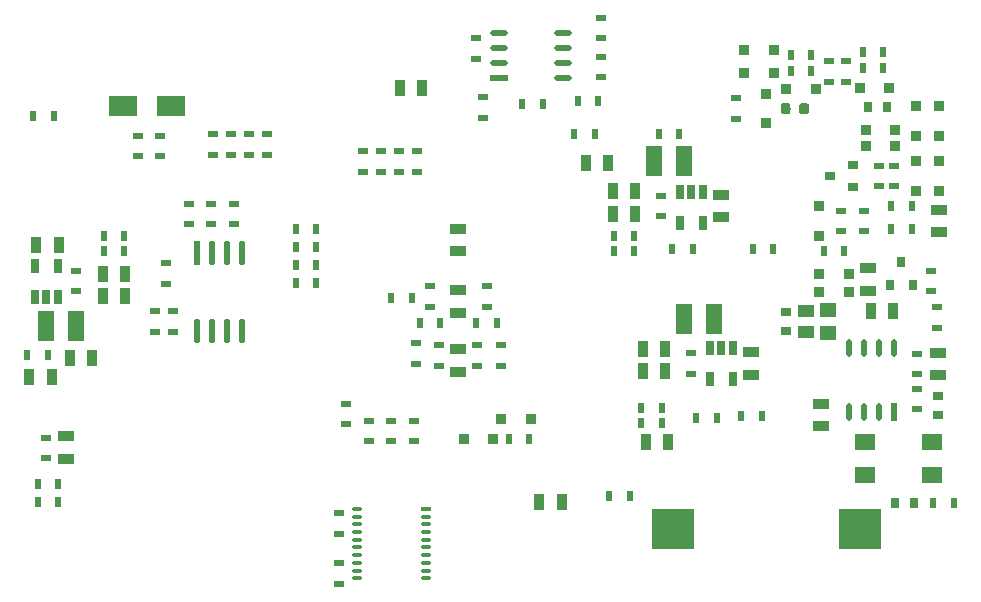
<source format=gbp>
G04 #@! TF.GenerationSoftware,KiCad,Pcbnew,5.0.0+dfsg1-2*
G04 #@! TF.CreationDate,2018-09-08T16:08:49+02:00*
G04 #@! TF.ProjectId,ulx3s,756C7833732E6B696361645F70636200,rev?*
G04 #@! TF.SameCoordinates,Original*
G04 #@! TF.FileFunction,Paste,Bot*
G04 #@! TF.FilePolarity,Positive*
%FSLAX46Y46*%
G04 Gerber Fmt 4.6, Leading zero omitted, Abs format (unit mm)*
G04 Created by KiCad (PCBNEW 5.0.0+dfsg1-2) date Sat Sep  8 16:08:49 2018*
%MOMM*%
%LPD*%
G01*
G04 APERTURE LIST*
%ADD10O,0.950000X0.350000*%
%ADD11R,0.950000X0.350000*%
%ADD12R,3.650000X3.450000*%
%ADD13R,1.750000X1.350000*%
%ADD14R,0.650000X1.150000*%
%ADD15R,0.550000X1.500000*%
%ADD16O,0.550000X1.500000*%
%ADD17R,1.500000X0.550000*%
%ADD18O,1.500000X0.550000*%
%ADD19R,0.550000X2.050000*%
%ADD20O,0.550000X2.050000*%
%ADD21R,0.620000X0.950000*%
%ADD22R,0.920000X1.450000*%
%ADD23R,1.450000X0.920000*%
%ADD24R,0.950000X0.620000*%
%ADD25R,0.950000X0.950000*%
%ADD26R,1.450000X2.650000*%
%ADD27R,2.450000X1.750000*%
%ADD28R,0.750000X0.850000*%
%ADD29R,0.850000X0.750000*%
%ADD30R,0.770000X0.950000*%
%ADD31R,0.950000X0.770000*%
%ADD32R,1.350000X1.070000*%
%ADD33R,1.350000X1.245000*%
%ADD34C,0.100000*%
%ADD35C,0.825000*%
G04 APERTURE END LIST*
D10*
G04 #@! TO.C,U6*
X129935000Y-104215000D03*
X129935000Y-104865000D03*
X129935000Y-105515000D03*
X129935000Y-106165000D03*
X129935000Y-106815000D03*
X129935000Y-107465000D03*
X129935000Y-108115000D03*
X129935000Y-108765000D03*
X129935000Y-109415000D03*
X129935000Y-110065000D03*
X135735000Y-110065000D03*
X135735000Y-109415000D03*
X135735000Y-108765000D03*
X135735000Y-108115000D03*
X135735000Y-107465000D03*
X135735000Y-106815000D03*
X135735000Y-106165000D03*
X135735000Y-105515000D03*
X135735000Y-104865000D03*
D11*
X135735000Y-104215000D03*
G04 #@! TD*
D12*
G04 #@! TO.C,BAT1*
X172485000Y-105870000D03*
X156685000Y-105870000D03*
G04 #@! TD*
D13*
G04 #@! TO.C,Y2*
X178576000Y-98522000D03*
X172976000Y-98522000D03*
X172976000Y-101322000D03*
X178576000Y-101322000D03*
G04 #@! TD*
D14*
G04 #@! TO.C,U5*
X157285000Y-77392000D03*
X158235000Y-77392000D03*
X159185000Y-77392000D03*
X159185000Y-79992000D03*
X157285000Y-79992000D03*
G04 #@! TD*
G04 #@! TO.C,U3*
X159825000Y-90600000D03*
X160775000Y-90600000D03*
X161725000Y-90600000D03*
X161725000Y-93200000D03*
X159825000Y-93200000D03*
G04 #@! TD*
G04 #@! TO.C,U4*
X104575000Y-86215000D03*
X103625000Y-86215000D03*
X102675000Y-86215000D03*
X102675000Y-83615000D03*
X104575000Y-83615000D03*
G04 #@! TD*
D15*
G04 #@! TO.C,U7*
X175395000Y-96015000D03*
D16*
X174125000Y-96015000D03*
X172855000Y-96015000D03*
X171585000Y-96015000D03*
X171585000Y-90615000D03*
X172855000Y-90615000D03*
X174125000Y-90615000D03*
X175395000Y-90615000D03*
G04 #@! TD*
D17*
G04 #@! TO.C,U11*
X141980000Y-67706500D03*
D18*
X141980000Y-66436500D03*
X141980000Y-65166500D03*
X141980000Y-63896500D03*
X147380000Y-63896500D03*
X147380000Y-65166500D03*
X147380000Y-66436500D03*
X147380000Y-67706500D03*
G04 #@! TD*
D19*
G04 #@! TO.C,U10*
X116340000Y-82520000D03*
D20*
X117610000Y-82520000D03*
X118880000Y-82520000D03*
X120150000Y-82520000D03*
X120150000Y-89124000D03*
X118880000Y-89124000D03*
X117610000Y-89124000D03*
X116340000Y-89124000D03*
G04 #@! TD*
D21*
G04 #@! TO.C,C49*
X103738000Y-91156000D03*
X101988000Y-91156000D03*
G04 #@! TD*
D22*
G04 #@! TO.C,C47*
X133546000Y-68550000D03*
X135456000Y-68550000D03*
G04 #@! TD*
G04 #@! TO.C,C1*
X102748500Y-81885000D03*
X104658500Y-81885000D03*
G04 #@! TD*
D21*
G04 #@! TO.C,C2*
X153985000Y-96910000D03*
X155735000Y-96910000D03*
G04 #@! TD*
D22*
G04 #@! TO.C,C3*
X156015000Y-90630000D03*
X154105000Y-90630000D03*
G04 #@! TD*
G04 #@! TO.C,C4*
X154105000Y-92535000D03*
X156015000Y-92535000D03*
G04 #@! TD*
D23*
G04 #@! TO.C,C5*
X163315000Y-90945000D03*
X163315000Y-92855000D03*
G04 #@! TD*
D21*
G04 #@! TO.C,C6*
X151645000Y-82375000D03*
X153395000Y-82375000D03*
G04 #@! TD*
D22*
G04 #@! TO.C,C7*
X153475000Y-79200000D03*
X151565000Y-79200000D03*
G04 #@! TD*
G04 #@! TO.C,C8*
X153475000Y-77295000D03*
X151565000Y-77295000D03*
G04 #@! TD*
D23*
G04 #@! TO.C,C9*
X160775000Y-79520000D03*
X160775000Y-77610000D03*
G04 #@! TD*
D21*
G04 #@! TO.C,C10*
X108465000Y-81105000D03*
X110215000Y-81105000D03*
G04 #@! TD*
D22*
G04 #@! TO.C,C11*
X108385000Y-84280000D03*
X110295000Y-84280000D03*
G04 #@! TD*
G04 #@! TO.C,C12*
X110295000Y-86185000D03*
X108385000Y-86185000D03*
G04 #@! TD*
D23*
G04 #@! TO.C,C13*
X173221000Y-83833000D03*
X173221000Y-85743000D03*
G04 #@! TD*
D24*
G04 #@! TO.C,C14*
X175380000Y-76900000D03*
X175380000Y-75150000D03*
G04 #@! TD*
D23*
G04 #@! TO.C,C15*
X105276000Y-99967000D03*
X105276000Y-98057000D03*
G04 #@! TD*
D22*
G04 #@! TO.C,C16*
X173424000Y-87473000D03*
X175334000Y-87473000D03*
G04 #@! TD*
D23*
G04 #@! TO.C,C17*
X138500000Y-90665000D03*
X138500000Y-92575000D03*
G04 #@! TD*
D24*
G04 #@! TO.C,C18*
X150589600Y-64359000D03*
X150589600Y-62609000D03*
G04 #@! TD*
D23*
G04 #@! TO.C,C19*
X138500000Y-82375000D03*
X138500000Y-80465000D03*
G04 #@! TD*
G04 #@! TO.C,C20*
X138500000Y-87575000D03*
X138500000Y-85665000D03*
G04 #@! TD*
D22*
G04 #@! TO.C,C21*
X104072000Y-93061000D03*
X102162000Y-93061000D03*
G04 #@! TD*
G04 #@! TO.C,C22*
X154359000Y-98504000D03*
X156269000Y-98504000D03*
G04 #@! TD*
G04 #@! TO.C,C23*
X105591000Y-91392000D03*
X107501000Y-91392000D03*
G04 #@! TD*
G04 #@! TO.C,C24*
X151189000Y-74882000D03*
X149279000Y-74882000D03*
G04 #@! TD*
D24*
G04 #@! TO.C,C25*
X140900000Y-87095000D03*
X140900000Y-85345000D03*
G04 #@! TD*
G04 #@! TO.C,C26*
X136100000Y-87095000D03*
X136100000Y-85345000D03*
G04 #@! TD*
G04 #@! TO.C,C27*
X136900000Y-92095000D03*
X136900000Y-90345000D03*
G04 #@! TD*
G04 #@! TO.C,C28*
X140100000Y-90345000D03*
X140100000Y-92095000D03*
G04 #@! TD*
G04 #@! TO.C,C29*
X142100000Y-92095000D03*
X142100000Y-90345000D03*
G04 #@! TD*
G04 #@! TO.C,C30*
X134900000Y-90145000D03*
X134900000Y-91895000D03*
G04 #@! TD*
D21*
G04 #@! TO.C,C31*
X135225000Y-88420000D03*
X136975000Y-88420000D03*
G04 #@! TD*
G04 #@! TO.C,C32*
X140025000Y-88420000D03*
X141775000Y-88420000D03*
G04 #@! TD*
G04 #@! TO.C,C33*
X163425000Y-82220000D03*
X165175000Y-82220000D03*
G04 #@! TD*
G04 #@! TO.C,C34*
X158375000Y-82220000D03*
X156625000Y-82220000D03*
G04 #@! TD*
D24*
G04 #@! TO.C,C35*
X177300000Y-94025000D03*
X177300000Y-95775000D03*
G04 #@! TD*
D22*
G04 #@! TO.C,C46*
X145342000Y-103584000D03*
X147252000Y-103584000D03*
G04 #@! TD*
D21*
G04 #@! TO.C,C48*
X104246000Y-70963000D03*
X102496000Y-70963000D03*
G04 #@! TD*
D24*
G04 #@! TO.C,C50*
X179063000Y-88856000D03*
X179063000Y-87106000D03*
G04 #@! TD*
D21*
G04 #@! TO.C,C51*
X180473000Y-103711000D03*
X178723000Y-103711000D03*
G04 #@! TD*
G04 #@! TO.C,C52*
X158645000Y-96490000D03*
X160395000Y-96490000D03*
G04 #@! TD*
G04 #@! TO.C,C53*
X132827200Y-86330000D03*
X134577200Y-86330000D03*
G04 #@! TD*
D23*
G04 #@! TO.C,C54*
X169172000Y-95281000D03*
X169172000Y-97191000D03*
G04 #@! TD*
G04 #@! TO.C,D11*
X179190000Y-80790000D03*
X179190000Y-78880000D03*
G04 #@! TD*
D25*
G04 #@! TO.C,D10*
X169050000Y-84280000D03*
X171550000Y-84280000D03*
G04 #@! TD*
G04 #@! TO.C,D12*
X169030000Y-78585000D03*
X169030000Y-81085000D03*
G04 #@! TD*
G04 #@! TO.C,D13*
X171550000Y-85804000D03*
X169050000Y-85804000D03*
G04 #@! TD*
G04 #@! TO.C,D14*
X179190000Y-74775000D03*
X179190000Y-77275000D03*
G04 #@! TD*
G04 #@! TO.C,D15*
X177285000Y-77275000D03*
X177285000Y-74775000D03*
G04 #@! TD*
G04 #@! TO.C,D16*
X172987000Y-73503000D03*
X175487000Y-73503000D03*
G04 #@! TD*
G04 #@! TO.C,D17*
X164585000Y-69060000D03*
X164585000Y-71560000D03*
G04 #@! TD*
G04 #@! TO.C,D20*
X168756000Y-68659000D03*
X166256000Y-68659000D03*
G04 #@! TD*
G04 #@! TO.C,D21*
X174979000Y-68550000D03*
X172479000Y-68550000D03*
G04 #@! TD*
G04 #@! TO.C,D23*
X165200000Y-67262000D03*
X162700000Y-67262000D03*
G04 #@! TD*
G04 #@! TO.C,D24*
X162700000Y-65357000D03*
X165200000Y-65357000D03*
G04 #@! TD*
G04 #@! TO.C,D25*
X177285000Y-72594000D03*
X177285000Y-70094000D03*
G04 #@! TD*
G04 #@! TO.C,D26*
X179190000Y-70094000D03*
X179190000Y-72594000D03*
G04 #@! TD*
D24*
G04 #@! TO.C,R49*
X113277000Y-74360000D03*
X113277000Y-72610000D03*
G04 #@! TD*
G04 #@! TO.C,R50*
X111372000Y-72610000D03*
X111372000Y-74360000D03*
G04 #@! TD*
D21*
G04 #@! TO.C,R51*
X155455000Y-72487000D03*
X157205000Y-72487000D03*
G04 #@! TD*
D24*
G04 #@! TO.C,R52*
X171331000Y-66278000D03*
X171331000Y-68028000D03*
G04 #@! TD*
G04 #@! TO.C,R53*
X169919000Y-68028000D03*
X169919000Y-66278000D03*
G04 #@! TD*
D21*
G04 #@! TO.C,R54*
X174477000Y-65502000D03*
X172727000Y-65502000D03*
G04 #@! TD*
D24*
G04 #@! TO.C,R56*
X128390000Y-106321000D03*
X128390000Y-104571000D03*
G04 #@! TD*
G04 #@! TO.C,R57*
X117722000Y-72483000D03*
X117722000Y-74233000D03*
G04 #@! TD*
G04 #@! TO.C,R58*
X119246000Y-74233000D03*
X119246000Y-72483000D03*
G04 #@! TD*
G04 #@! TO.C,R59*
X120770000Y-72483000D03*
X120770000Y-74233000D03*
G04 #@! TD*
G04 #@! TO.C,R60*
X122294000Y-74233000D03*
X122294000Y-72483000D03*
G04 #@! TD*
D21*
G04 #@! TO.C,R61*
X145655000Y-69900000D03*
X143905000Y-69900000D03*
G04 #@! TD*
G04 #@! TO.C,R40*
X166631000Y-65738000D03*
X168381000Y-65738000D03*
G04 #@! TD*
D24*
G04 #@! TO.C,R55*
X134740000Y-96740000D03*
X134740000Y-98490000D03*
G04 #@! TD*
D23*
G04 #@! TO.C,C55*
X179078000Y-90963000D03*
X179078000Y-92873000D03*
G04 #@! TD*
D24*
G04 #@! TO.C,R65*
X177300000Y-92793000D03*
X177300000Y-91043000D03*
G04 #@! TD*
D26*
G04 #@! TO.C,L1*
X160140000Y-88090000D03*
X157600000Y-88090000D03*
G04 #@! TD*
G04 #@! TO.C,L2*
X103625000Y-88725000D03*
X106165000Y-88725000D03*
G04 #@! TD*
G04 #@! TO.C,L3*
X155060000Y-74755000D03*
X157600000Y-74755000D03*
G04 #@! TD*
D21*
G04 #@! TO.C,R1*
X171175000Y-82375000D03*
X169425000Y-82375000D03*
G04 #@! TD*
D24*
G04 #@! TO.C,R2*
X172840000Y-78960000D03*
X172840000Y-80710000D03*
G04 #@! TD*
G04 #@! TO.C,R3*
X162045000Y-71185000D03*
X162045000Y-69435000D03*
G04 #@! TD*
D21*
G04 #@! TO.C,R4*
X176890000Y-80470000D03*
X175140000Y-80470000D03*
G04 #@! TD*
D24*
G04 #@! TO.C,R5*
X174110000Y-75150000D03*
X174110000Y-76900000D03*
G04 #@! TD*
G04 #@! TO.C,R6*
X178555000Y-85790000D03*
X178555000Y-84040000D03*
G04 #@! TD*
G04 #@! TO.C,R7*
X113785000Y-85155000D03*
X113785000Y-83405000D03*
G04 #@! TD*
G04 #@! TO.C,R8*
X170935000Y-80710000D03*
X170935000Y-78960000D03*
G04 #@! TD*
G04 #@! TO.C,R9*
X128390000Y-110555000D03*
X128390000Y-108805000D03*
G04 #@! TD*
D21*
G04 #@! TO.C,R10*
X151264000Y-103076000D03*
X153014000Y-103076000D03*
G04 #@! TD*
D24*
G04 #@! TO.C,R11*
X119515000Y-80093000D03*
X119515000Y-78343000D03*
G04 #@! TD*
G04 #@! TO.C,R12*
X114308000Y-89219000D03*
X114308000Y-87469000D03*
G04 #@! TD*
D21*
G04 #@! TO.C,R13*
X175140000Y-78565000D03*
X176890000Y-78565000D03*
G04 #@! TD*
G04 #@! TO.C,R14*
X124721000Y-85060000D03*
X126471000Y-85060000D03*
G04 #@! TD*
G04 #@! TO.C,R15*
X126471000Y-83536000D03*
X124721000Y-83536000D03*
G04 #@! TD*
G04 #@! TO.C,R16*
X124721000Y-82012000D03*
X126471000Y-82012000D03*
G04 #@! TD*
G04 #@! TO.C,R17*
X126471000Y-80470000D03*
X124721000Y-80470000D03*
G04 #@! TD*
D24*
G04 #@! TO.C,R18*
X130422000Y-73898000D03*
X130422000Y-75648000D03*
G04 #@! TD*
G04 #@! TO.C,R19*
X131961000Y-73898000D03*
X131961000Y-75648000D03*
G04 #@! TD*
G04 #@! TO.C,R20*
X133485000Y-73898000D03*
X133485000Y-75648000D03*
G04 #@! TD*
G04 #@! TO.C,R21*
X135009000Y-75648000D03*
X135009000Y-73898000D03*
G04 #@! TD*
G04 #@! TO.C,R22*
X140025500Y-66105000D03*
X140025500Y-64355000D03*
G04 #@! TD*
G04 #@! TO.C,R23*
X140597000Y-71076000D03*
X140597000Y-69326000D03*
G04 #@! TD*
G04 #@! TO.C,R24*
X150615000Y-67647000D03*
X150615000Y-65897000D03*
G04 #@! TD*
D21*
G04 #@! TO.C,R25*
X148300000Y-72487000D03*
X150050000Y-72487000D03*
G04 #@! TD*
G04 #@! TO.C,R26*
X150362000Y-69693000D03*
X148612000Y-69693000D03*
G04 #@! TD*
D24*
G04 #@! TO.C,R27*
X129025000Y-95300000D03*
X129025000Y-97050000D03*
G04 #@! TD*
G04 #@! TO.C,R28*
X117595000Y-78343000D03*
X117595000Y-80093000D03*
G04 #@! TD*
G04 #@! TO.C,R29*
X112784000Y-89219000D03*
X112784000Y-87469000D03*
G04 #@! TD*
G04 #@! TO.C,R30*
X115690000Y-78343000D03*
X115690000Y-80093000D03*
G04 #@! TD*
D21*
G04 #@! TO.C,R31*
X142755000Y-98250000D03*
X144505000Y-98250000D03*
G04 #@! TD*
D24*
G04 #@! TO.C,R32*
X132835000Y-98490000D03*
X132835000Y-96740000D03*
G04 #@! TD*
G04 #@! TO.C,R33*
X130930000Y-96740000D03*
X130930000Y-98490000D03*
G04 #@! TD*
D21*
G04 #@! TO.C,R34*
X102877000Y-103600000D03*
X104627000Y-103600000D03*
G04 #@! TD*
G04 #@! TO.C,R35*
X102877000Y-102060000D03*
X104627000Y-102060000D03*
G04 #@! TD*
D24*
G04 #@! TO.C,R38*
X103576500Y-99905000D03*
X103576500Y-98155000D03*
G04 #@! TD*
D21*
G04 #@! TO.C,R39*
X164190000Y-96345000D03*
X162440000Y-96345000D03*
G04 #@! TD*
G04 #@! TO.C,R63*
X168381000Y-67135000D03*
X166631000Y-67135000D03*
G04 #@! TD*
G04 #@! TO.C,R64*
X174475000Y-66899000D03*
X172725000Y-66899000D03*
G04 #@! TD*
G04 #@! TO.C,RA1*
X153985000Y-95640000D03*
X155735000Y-95640000D03*
G04 #@! TD*
G04 #@! TO.C,RA2*
X110215000Y-82375000D03*
X108465000Y-82375000D03*
G04 #@! TD*
G04 #@! TO.C,RA3*
X151645000Y-81105000D03*
X153395000Y-81105000D03*
G04 #@! TD*
D24*
G04 #@! TO.C,RB1*
X158235000Y-92775000D03*
X158235000Y-91025000D03*
G04 #@! TD*
G04 #@! TO.C,RB2*
X106165000Y-85790000D03*
X106165000Y-84040000D03*
G04 #@! TD*
G04 #@! TO.C,RB3*
X155695000Y-79440000D03*
X155695000Y-77690000D03*
G04 #@! TD*
D27*
G04 #@! TO.C,D8*
X110149000Y-70074000D03*
X114149000Y-70074000D03*
G04 #@! TD*
D28*
G04 #@! TO.C,Q1*
X176015000Y-83280000D03*
X175065000Y-85280000D03*
X176965000Y-85280000D03*
G04 #@! TD*
D29*
G04 #@! TO.C,Q2*
X171935000Y-75075000D03*
X171935000Y-76975000D03*
X169935000Y-76025000D03*
G04 #@! TD*
D25*
G04 #@! TO.C,D27*
X175502000Y-72106000D03*
X173002000Y-72106000D03*
G04 #@! TD*
D30*
G04 #@! TO.C,R66*
X173198000Y-70201000D03*
X174798000Y-70201000D03*
G04 #@! TD*
D31*
G04 #@! TO.C,C56*
X179078000Y-96274000D03*
X179078000Y-94674000D03*
G04 #@! TD*
D30*
G04 #@! TO.C,C57*
X177084000Y-103711000D03*
X175484000Y-103711000D03*
G04 #@! TD*
D32*
G04 #@! TO.C,C58*
X167902000Y-89242000D03*
X167902000Y-87482000D03*
G04 #@! TD*
D31*
G04 #@! TO.C,C59*
X166251000Y-89162000D03*
X166251000Y-87562000D03*
G04 #@! TD*
D33*
G04 #@! TO.C,L4*
X169807000Y-87394500D03*
X169807000Y-89329500D03*
G04 #@! TD*
D25*
G04 #@! TO.C,D28*
X144626000Y-96599000D03*
X142126000Y-96599000D03*
G04 #@! TD*
G04 #@! TO.C,D29*
X138951000Y-98250000D03*
X141451000Y-98250000D03*
G04 #@! TD*
D34*
G04 #@! TO.C,C60*
G36*
X166436966Y-69860993D02*
X166456987Y-69863963D01*
X166476621Y-69868881D01*
X166495678Y-69875700D01*
X166513976Y-69884354D01*
X166531336Y-69894759D01*
X166547594Y-69906817D01*
X166562591Y-69920409D01*
X166576183Y-69935406D01*
X166588241Y-69951664D01*
X166598646Y-69969024D01*
X166607300Y-69987322D01*
X166614119Y-70006379D01*
X166619037Y-70026013D01*
X166622007Y-70046034D01*
X166623000Y-70066250D01*
X166623000Y-70553750D01*
X166622007Y-70573966D01*
X166619037Y-70593987D01*
X166614119Y-70613621D01*
X166607300Y-70632678D01*
X166598646Y-70650976D01*
X166588241Y-70668336D01*
X166576183Y-70684594D01*
X166562591Y-70699591D01*
X166547594Y-70713183D01*
X166531336Y-70725241D01*
X166513976Y-70735646D01*
X166495678Y-70744300D01*
X166476621Y-70751119D01*
X166456987Y-70756037D01*
X166436966Y-70759007D01*
X166416750Y-70760000D01*
X166004250Y-70760000D01*
X165984034Y-70759007D01*
X165964013Y-70756037D01*
X165944379Y-70751119D01*
X165925322Y-70744300D01*
X165907024Y-70735646D01*
X165889664Y-70725241D01*
X165873406Y-70713183D01*
X165858409Y-70699591D01*
X165844817Y-70684594D01*
X165832759Y-70668336D01*
X165822354Y-70650976D01*
X165813700Y-70632678D01*
X165806881Y-70613621D01*
X165801963Y-70593987D01*
X165798993Y-70573966D01*
X165798000Y-70553750D01*
X165798000Y-70066250D01*
X165798993Y-70046034D01*
X165801963Y-70026013D01*
X165806881Y-70006379D01*
X165813700Y-69987322D01*
X165822354Y-69969024D01*
X165832759Y-69951664D01*
X165844817Y-69935406D01*
X165858409Y-69920409D01*
X165873406Y-69906817D01*
X165889664Y-69894759D01*
X165907024Y-69884354D01*
X165925322Y-69875700D01*
X165944379Y-69868881D01*
X165964013Y-69863963D01*
X165984034Y-69860993D01*
X166004250Y-69860000D01*
X166416750Y-69860000D01*
X166436966Y-69860993D01*
X166436966Y-69860993D01*
G37*
D35*
X166210500Y-70310000D03*
D34*
G36*
X168011966Y-69860993D02*
X168031987Y-69863963D01*
X168051621Y-69868881D01*
X168070678Y-69875700D01*
X168088976Y-69884354D01*
X168106336Y-69894759D01*
X168122594Y-69906817D01*
X168137591Y-69920409D01*
X168151183Y-69935406D01*
X168163241Y-69951664D01*
X168173646Y-69969024D01*
X168182300Y-69987322D01*
X168189119Y-70006379D01*
X168194037Y-70026013D01*
X168197007Y-70046034D01*
X168198000Y-70066250D01*
X168198000Y-70553750D01*
X168197007Y-70573966D01*
X168194037Y-70593987D01*
X168189119Y-70613621D01*
X168182300Y-70632678D01*
X168173646Y-70650976D01*
X168163241Y-70668336D01*
X168151183Y-70684594D01*
X168137591Y-70699591D01*
X168122594Y-70713183D01*
X168106336Y-70725241D01*
X168088976Y-70735646D01*
X168070678Y-70744300D01*
X168051621Y-70751119D01*
X168031987Y-70756037D01*
X168011966Y-70759007D01*
X167991750Y-70760000D01*
X167579250Y-70760000D01*
X167559034Y-70759007D01*
X167539013Y-70756037D01*
X167519379Y-70751119D01*
X167500322Y-70744300D01*
X167482024Y-70735646D01*
X167464664Y-70725241D01*
X167448406Y-70713183D01*
X167433409Y-70699591D01*
X167419817Y-70684594D01*
X167407759Y-70668336D01*
X167397354Y-70650976D01*
X167388700Y-70632678D01*
X167381881Y-70613621D01*
X167376963Y-70593987D01*
X167373993Y-70573966D01*
X167373000Y-70553750D01*
X167373000Y-70066250D01*
X167373993Y-70046034D01*
X167376963Y-70026013D01*
X167381881Y-70006379D01*
X167388700Y-69987322D01*
X167397354Y-69969024D01*
X167407759Y-69951664D01*
X167419817Y-69935406D01*
X167433409Y-69920409D01*
X167448406Y-69906817D01*
X167464664Y-69894759D01*
X167482024Y-69884354D01*
X167500322Y-69875700D01*
X167519379Y-69868881D01*
X167539013Y-69863963D01*
X167559034Y-69860993D01*
X167579250Y-69860000D01*
X167991750Y-69860000D01*
X168011966Y-69860993D01*
X168011966Y-69860993D01*
G37*
D35*
X167785500Y-70310000D03*
G04 #@! TD*
M02*

</source>
